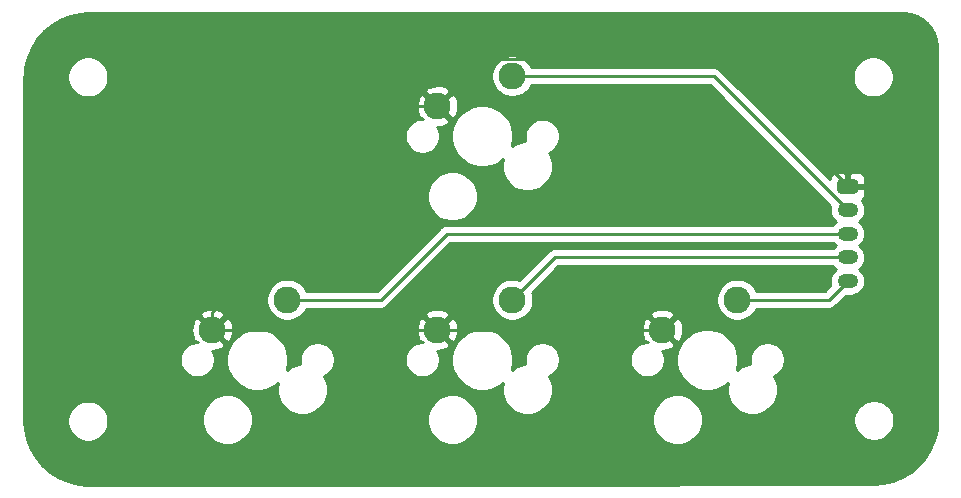
<source format=gtl>
%TF.GenerationSoftware,KiCad,Pcbnew,(5.1.12)-1*%
%TF.CreationDate,2021-12-30T22:51:29-05:00*%
%TF.ProjectId,4keymacropad,346b6579-6d61-4637-926f-7061642e6b69,rev?*%
%TF.SameCoordinates,Original*%
%TF.FileFunction,Copper,L1,Top*%
%TF.FilePolarity,Positive*%
%FSLAX46Y46*%
G04 Gerber Fmt 4.6, Leading zero omitted, Abs format (unit mm)*
G04 Created by KiCad (PCBNEW (5.1.12)-1) date 2021-12-30 22:51:29*
%MOMM*%
%LPD*%
G01*
G04 APERTURE LIST*
%TA.AperFunction,ComponentPad*%
%ADD10C,2.286000*%
%TD*%
%TA.AperFunction,ComponentPad*%
%ADD11O,1.750000X1.200000*%
%TD*%
%TA.AperFunction,Conductor*%
%ADD12C,0.250000*%
%TD*%
%TA.AperFunction,Conductor*%
%ADD13C,0.254000*%
%TD*%
%TA.AperFunction,Conductor*%
%ADD14C,0.100000*%
%TD*%
G04 APERTURE END LIST*
D10*
%TO.P,SW3,1*%
%TO.N,Net-(J1-Pad4)*%
X137160000Y-95885000D03*
%TO.P,SW3,2*%
%TO.N,GND*%
X130810000Y-98425000D03*
%TD*%
%TO.P,SW1,2*%
%TO.N,GND*%
X130810000Y-79502000D03*
%TO.P,SW1,1*%
%TO.N,Net-(J1-Pad2)*%
X137160000Y-76962000D03*
%TD*%
%TO.P,J1,1*%
%TO.N,GND*%
%TA.AperFunction,ComponentPad*%
G36*
G01*
X164919499Y-85696500D02*
X166169501Y-85696500D01*
G75*
G02*
X166419500Y-85946499I0J-249999D01*
G01*
X166419500Y-86646501D01*
G75*
G02*
X166169501Y-86896500I-249999J0D01*
G01*
X164919499Y-86896500D01*
G75*
G02*
X164669500Y-86646501I0J249999D01*
G01*
X164669500Y-85946499D01*
G75*
G02*
X164919499Y-85696500I249999J0D01*
G01*
G37*
%TD.AperFunction*%
D11*
%TO.P,J1,2*%
%TO.N,Net-(J1-Pad2)*%
X165544500Y-88296500D03*
%TO.P,J1,3*%
%TO.N,Net-(J1-Pad3)*%
X165544500Y-90296500D03*
%TO.P,J1,4*%
%TO.N,Net-(J1-Pad4)*%
X165544500Y-92296500D03*
%TO.P,J1,5*%
%TO.N,Net-(J1-Pad5)*%
X165544500Y-94296500D03*
%TD*%
D10*
%TO.P,SW2,1*%
%TO.N,Net-(J1-Pad3)*%
X118110000Y-95885000D03*
%TO.P,SW2,2*%
%TO.N,GND*%
X111760000Y-98425000D03*
%TD*%
%TO.P,SW4,2*%
%TO.N,GND*%
X149860000Y-98425000D03*
%TO.P,SW4,1*%
%TO.N,Net-(J1-Pad5)*%
X156210000Y-95885000D03*
%TD*%
D12*
%TO.N,Net-(J1-Pad2)*%
X154210000Y-76962000D02*
X165544500Y-88296500D01*
X137160000Y-76962000D02*
X154210000Y-76962000D01*
%TO.N,Net-(J1-Pad3)*%
X126018002Y-95885000D02*
X118110000Y-95885000D01*
X131606502Y-90296500D02*
X165544500Y-90296500D01*
X126018002Y-95885000D02*
X131606502Y-90296500D01*
%TO.N,Net-(J1-Pad4)*%
X140748500Y-92296500D02*
X137160000Y-95885000D01*
X165544500Y-92296500D02*
X140748500Y-92296500D01*
%TO.N,Net-(J1-Pad5)*%
X163956000Y-95885000D02*
X165544500Y-94296500D01*
X156210000Y-95885000D02*
X163956000Y-95885000D01*
%TO.N,GND*%
X134818001Y-75493999D02*
X130810000Y-79502000D01*
X157408999Y-75493999D02*
X134818001Y-75493999D01*
X111760000Y-96935554D02*
X111760000Y-98425000D01*
X129193554Y-79502000D02*
X111760000Y-96935554D01*
X130810000Y-79502000D02*
X129193554Y-79502000D01*
X111760000Y-98425000D02*
X149860000Y-98425000D01*
X157408999Y-78160999D02*
X165544500Y-86296500D01*
X157408999Y-75493999D02*
X157408999Y-78160999D01*
%TD*%
D13*
%TO.N,GND*%
X170895385Y-71707630D02*
X171400280Y-71860067D01*
X171865951Y-72107669D01*
X172274660Y-72441005D01*
X172610836Y-72847372D01*
X172861683Y-73311303D01*
X173017640Y-73815115D01*
X173076000Y-74370377D01*
X173073692Y-106921519D01*
X172883965Y-107738687D01*
X172557504Y-108535826D01*
X172107794Y-109270515D01*
X171546408Y-109923852D01*
X170887790Y-110479027D01*
X170148875Y-110921764D01*
X169348690Y-111240663D01*
X168504217Y-111428324D01*
X167743514Y-111481044D01*
X134492858Y-111544500D01*
X101245507Y-111544500D01*
X100360382Y-111473285D01*
X99523847Y-111267812D01*
X98730932Y-110931239D01*
X98002025Y-110472222D01*
X97355883Y-109902573D01*
X96809129Y-109236945D01*
X96375827Y-108492456D01*
X96067132Y-107688280D01*
X95889795Y-106839415D01*
X95846500Y-106151253D01*
X95846500Y-106001117D01*
X99484000Y-106001117D01*
X99484000Y-106342883D01*
X99550675Y-106678081D01*
X99681463Y-106993831D01*
X99871337Y-107277998D01*
X100113002Y-107519663D01*
X100397169Y-107709537D01*
X100712919Y-107840325D01*
X101048117Y-107907000D01*
X101389883Y-107907000D01*
X101725081Y-107840325D01*
X102040831Y-107709537D01*
X102324998Y-107519663D01*
X102566663Y-107277998D01*
X102756537Y-106993831D01*
X102887325Y-106678081D01*
X102954000Y-106342883D01*
X102954000Y-106001117D01*
X102920902Y-105834721D01*
X110895000Y-105834721D01*
X110895000Y-106255279D01*
X110977047Y-106667756D01*
X111137988Y-107056302D01*
X111371637Y-107405983D01*
X111669017Y-107703363D01*
X112018698Y-107937012D01*
X112407244Y-108097953D01*
X112819721Y-108180000D01*
X113240279Y-108180000D01*
X113652756Y-108097953D01*
X114041302Y-107937012D01*
X114390983Y-107703363D01*
X114688363Y-107405983D01*
X114922012Y-107056302D01*
X115082953Y-106667756D01*
X115165000Y-106255279D01*
X115165000Y-105834721D01*
X129945000Y-105834721D01*
X129945000Y-106255279D01*
X130027047Y-106667756D01*
X130187988Y-107056302D01*
X130421637Y-107405983D01*
X130719017Y-107703363D01*
X131068698Y-107937012D01*
X131457244Y-108097953D01*
X131869721Y-108180000D01*
X132290279Y-108180000D01*
X132702756Y-108097953D01*
X133091302Y-107937012D01*
X133440983Y-107703363D01*
X133738363Y-107405983D01*
X133972012Y-107056302D01*
X134132953Y-106667756D01*
X134215000Y-106255279D01*
X134215000Y-105834721D01*
X148995000Y-105834721D01*
X148995000Y-106255279D01*
X149077047Y-106667756D01*
X149237988Y-107056302D01*
X149471637Y-107405983D01*
X149769017Y-107703363D01*
X150118698Y-107937012D01*
X150507244Y-108097953D01*
X150919721Y-108180000D01*
X151340279Y-108180000D01*
X151752756Y-108097953D01*
X152141302Y-107937012D01*
X152490983Y-107703363D01*
X152788363Y-107405983D01*
X153022012Y-107056302D01*
X153182953Y-106667756D01*
X153265000Y-106255279D01*
X153265000Y-105937617D01*
X166032000Y-105937617D01*
X166032000Y-106279383D01*
X166098675Y-106614581D01*
X166229463Y-106930331D01*
X166419337Y-107214498D01*
X166661002Y-107456163D01*
X166945169Y-107646037D01*
X167260919Y-107776825D01*
X167596117Y-107843500D01*
X167937883Y-107843500D01*
X168273081Y-107776825D01*
X168588831Y-107646037D01*
X168872998Y-107456163D01*
X169114663Y-107214498D01*
X169304537Y-106930331D01*
X169435325Y-106614581D01*
X169502000Y-106279383D01*
X169502000Y-105937617D01*
X169435325Y-105602419D01*
X169304537Y-105286669D01*
X169114663Y-105002502D01*
X168872998Y-104760837D01*
X168588831Y-104570963D01*
X168273081Y-104440175D01*
X167937883Y-104373500D01*
X167596117Y-104373500D01*
X167260919Y-104440175D01*
X166945169Y-104570963D01*
X166661002Y-104760837D01*
X166419337Y-105002502D01*
X166229463Y-105286669D01*
X166098675Y-105602419D01*
X166032000Y-105937617D01*
X153265000Y-105937617D01*
X153265000Y-105834721D01*
X153182953Y-105422244D01*
X153022012Y-105033698D01*
X152788363Y-104684017D01*
X152490983Y-104386637D01*
X152141302Y-104152988D01*
X151752756Y-103992047D01*
X151340279Y-103910000D01*
X150919721Y-103910000D01*
X150507244Y-103992047D01*
X150118698Y-104152988D01*
X149769017Y-104386637D01*
X149471637Y-104684017D01*
X149237988Y-105033698D01*
X149077047Y-105422244D01*
X148995000Y-105834721D01*
X134215000Y-105834721D01*
X134132953Y-105422244D01*
X133972012Y-105033698D01*
X133738363Y-104684017D01*
X133440983Y-104386637D01*
X133091302Y-104152988D01*
X132702756Y-103992047D01*
X132290279Y-103910000D01*
X131869721Y-103910000D01*
X131457244Y-103992047D01*
X131068698Y-104152988D01*
X130719017Y-104386637D01*
X130421637Y-104684017D01*
X130187988Y-105033698D01*
X130027047Y-105422244D01*
X129945000Y-105834721D01*
X115165000Y-105834721D01*
X115082953Y-105422244D01*
X114922012Y-105033698D01*
X114688363Y-104684017D01*
X114390983Y-104386637D01*
X114041302Y-104152988D01*
X113652756Y-103992047D01*
X113240279Y-103910000D01*
X112819721Y-103910000D01*
X112407244Y-103992047D01*
X112018698Y-104152988D01*
X111669017Y-104386637D01*
X111371637Y-104684017D01*
X111137988Y-105033698D01*
X110977047Y-105422244D01*
X110895000Y-105834721D01*
X102920902Y-105834721D01*
X102887325Y-105665919D01*
X102756537Y-105350169D01*
X102566663Y-105066002D01*
X102324998Y-104824337D01*
X102040831Y-104634463D01*
X101725081Y-104503675D01*
X101389883Y-104437000D01*
X101048117Y-104437000D01*
X100712919Y-104503675D01*
X100397169Y-104634463D01*
X100113002Y-104824337D01*
X99871337Y-105066002D01*
X99681463Y-105350169D01*
X99550675Y-105665919D01*
X99484000Y-106001117D01*
X95846500Y-106001117D01*
X95846500Y-100818652D01*
X109004100Y-100818652D01*
X109004100Y-101111348D01*
X109061202Y-101398421D01*
X109173212Y-101668838D01*
X109335826Y-101912206D01*
X109542794Y-102119174D01*
X109786162Y-102281788D01*
X110056579Y-102393798D01*
X110343652Y-102450900D01*
X110636348Y-102450900D01*
X110923421Y-102393798D01*
X111193838Y-102281788D01*
X111437206Y-102119174D01*
X111644174Y-101912206D01*
X111806788Y-101668838D01*
X111918798Y-101398421D01*
X111975900Y-101111348D01*
X111975900Y-100818652D01*
X111953508Y-100706076D01*
X112941100Y-100706076D01*
X112941100Y-101223924D01*
X113042127Y-101731822D01*
X113240299Y-102210251D01*
X113528000Y-102640826D01*
X113894174Y-103007000D01*
X114324749Y-103294701D01*
X114803178Y-103492873D01*
X115311076Y-103593900D01*
X115828924Y-103593900D01*
X116336822Y-103492873D01*
X116815251Y-103294701D01*
X117245826Y-103007000D01*
X117316237Y-102936589D01*
X117245000Y-103294721D01*
X117245000Y-103715279D01*
X117327047Y-104127756D01*
X117487988Y-104516302D01*
X117721637Y-104865983D01*
X118019017Y-105163363D01*
X118368698Y-105397012D01*
X118757244Y-105557953D01*
X119169721Y-105640000D01*
X119590279Y-105640000D01*
X120002756Y-105557953D01*
X120391302Y-105397012D01*
X120740983Y-105163363D01*
X121038363Y-104865983D01*
X121272012Y-104516302D01*
X121432953Y-104127756D01*
X121515000Y-103715279D01*
X121515000Y-103294721D01*
X121432953Y-102882244D01*
X121272012Y-102493698D01*
X121178850Y-102354270D01*
X121353838Y-102281788D01*
X121597206Y-102119174D01*
X121804174Y-101912206D01*
X121966788Y-101668838D01*
X122078798Y-101398421D01*
X122135900Y-101111348D01*
X122135900Y-100818652D01*
X128054100Y-100818652D01*
X128054100Y-101111348D01*
X128111202Y-101398421D01*
X128223212Y-101668838D01*
X128385826Y-101912206D01*
X128592794Y-102119174D01*
X128836162Y-102281788D01*
X129106579Y-102393798D01*
X129393652Y-102450900D01*
X129686348Y-102450900D01*
X129973421Y-102393798D01*
X130243838Y-102281788D01*
X130487206Y-102119174D01*
X130694174Y-101912206D01*
X130856788Y-101668838D01*
X130968798Y-101398421D01*
X131025900Y-101111348D01*
X131025900Y-100818652D01*
X131003508Y-100706076D01*
X131991100Y-100706076D01*
X131991100Y-101223924D01*
X132092127Y-101731822D01*
X132290299Y-102210251D01*
X132578000Y-102640826D01*
X132944174Y-103007000D01*
X133374749Y-103294701D01*
X133853178Y-103492873D01*
X134361076Y-103593900D01*
X134878924Y-103593900D01*
X135386822Y-103492873D01*
X135865251Y-103294701D01*
X136295826Y-103007000D01*
X136366237Y-102936589D01*
X136295000Y-103294721D01*
X136295000Y-103715279D01*
X136377047Y-104127756D01*
X136537988Y-104516302D01*
X136771637Y-104865983D01*
X137069017Y-105163363D01*
X137418698Y-105397012D01*
X137807244Y-105557953D01*
X138219721Y-105640000D01*
X138640279Y-105640000D01*
X139052756Y-105557953D01*
X139441302Y-105397012D01*
X139790983Y-105163363D01*
X140088363Y-104865983D01*
X140322012Y-104516302D01*
X140482953Y-104127756D01*
X140565000Y-103715279D01*
X140565000Y-103294721D01*
X140482953Y-102882244D01*
X140322012Y-102493698D01*
X140228850Y-102354270D01*
X140403838Y-102281788D01*
X140647206Y-102119174D01*
X140854174Y-101912206D01*
X141016788Y-101668838D01*
X141128798Y-101398421D01*
X141185900Y-101111348D01*
X141185900Y-100818652D01*
X147104100Y-100818652D01*
X147104100Y-101111348D01*
X147161202Y-101398421D01*
X147273212Y-101668838D01*
X147435826Y-101912206D01*
X147642794Y-102119174D01*
X147886162Y-102281788D01*
X148156579Y-102393798D01*
X148443652Y-102450900D01*
X148736348Y-102450900D01*
X149023421Y-102393798D01*
X149293838Y-102281788D01*
X149537206Y-102119174D01*
X149744174Y-101912206D01*
X149906788Y-101668838D01*
X150018798Y-101398421D01*
X150075900Y-101111348D01*
X150075900Y-100818652D01*
X150053508Y-100706076D01*
X151041100Y-100706076D01*
X151041100Y-101223924D01*
X151142127Y-101731822D01*
X151340299Y-102210251D01*
X151628000Y-102640826D01*
X151994174Y-103007000D01*
X152424749Y-103294701D01*
X152903178Y-103492873D01*
X153411076Y-103593900D01*
X153928924Y-103593900D01*
X154436822Y-103492873D01*
X154915251Y-103294701D01*
X155345826Y-103007000D01*
X155416237Y-102936589D01*
X155345000Y-103294721D01*
X155345000Y-103715279D01*
X155427047Y-104127756D01*
X155587988Y-104516302D01*
X155821637Y-104865983D01*
X156119017Y-105163363D01*
X156468698Y-105397012D01*
X156857244Y-105557953D01*
X157269721Y-105640000D01*
X157690279Y-105640000D01*
X158102756Y-105557953D01*
X158491302Y-105397012D01*
X158840983Y-105163363D01*
X159138363Y-104865983D01*
X159372012Y-104516302D01*
X159532953Y-104127756D01*
X159615000Y-103715279D01*
X159615000Y-103294721D01*
X159532953Y-102882244D01*
X159372012Y-102493698D01*
X159278850Y-102354270D01*
X159453838Y-102281788D01*
X159697206Y-102119174D01*
X159904174Y-101912206D01*
X160066788Y-101668838D01*
X160178798Y-101398421D01*
X160235900Y-101111348D01*
X160235900Y-100818652D01*
X160178798Y-100531579D01*
X160066788Y-100261162D01*
X159904174Y-100017794D01*
X159697206Y-99810826D01*
X159453838Y-99648212D01*
X159183421Y-99536202D01*
X158896348Y-99479100D01*
X158603652Y-99479100D01*
X158316579Y-99536202D01*
X158046162Y-99648212D01*
X157802794Y-99810826D01*
X157595826Y-100017794D01*
X157433212Y-100261162D01*
X157321202Y-100531579D01*
X157264100Y-100818652D01*
X157264100Y-101111348D01*
X157315549Y-101370000D01*
X157269721Y-101370000D01*
X156857244Y-101452047D01*
X156468698Y-101612988D01*
X156162292Y-101817721D01*
X156197873Y-101731822D01*
X156298900Y-101223924D01*
X156298900Y-100706076D01*
X156197873Y-100198178D01*
X155999701Y-99719749D01*
X155712000Y-99289174D01*
X155345826Y-98923000D01*
X154915251Y-98635299D01*
X154436822Y-98437127D01*
X153928924Y-98336100D01*
X153411076Y-98336100D01*
X152903178Y-98437127D01*
X152424749Y-98635299D01*
X151994174Y-98923000D01*
X151628000Y-99289174D01*
X151340299Y-99719749D01*
X151142127Y-100198178D01*
X151041100Y-100706076D01*
X150053508Y-100706076D01*
X150018798Y-100531579D01*
X149906788Y-100261162D01*
X149871030Y-100207646D01*
X149916938Y-100210694D01*
X150264216Y-100165275D01*
X150595960Y-100052977D01*
X150804736Y-99941384D01*
X150917755Y-99662360D01*
X149860000Y-98604605D01*
X149845858Y-98618748D01*
X149666253Y-98439143D01*
X149680395Y-98425000D01*
X150039605Y-98425000D01*
X151097360Y-99482755D01*
X151376384Y-99369736D01*
X151531556Y-99055751D01*
X151622491Y-98717527D01*
X151645694Y-98368062D01*
X151600275Y-98020784D01*
X151487977Y-97689040D01*
X151376384Y-97480264D01*
X151097360Y-97367245D01*
X150039605Y-98425000D01*
X149680395Y-98425000D01*
X148622640Y-97367245D01*
X148343616Y-97480264D01*
X148188444Y-97794249D01*
X148097509Y-98132473D01*
X148074306Y-98481938D01*
X148119725Y-98829216D01*
X148232023Y-99160960D01*
X148343616Y-99369736D01*
X148613616Y-99479100D01*
X148443652Y-99479100D01*
X148156579Y-99536202D01*
X147886162Y-99648212D01*
X147642794Y-99810826D01*
X147435826Y-100017794D01*
X147273212Y-100261162D01*
X147161202Y-100531579D01*
X147104100Y-100818652D01*
X141185900Y-100818652D01*
X141128798Y-100531579D01*
X141016788Y-100261162D01*
X140854174Y-100017794D01*
X140647206Y-99810826D01*
X140403838Y-99648212D01*
X140133421Y-99536202D01*
X139846348Y-99479100D01*
X139553652Y-99479100D01*
X139266579Y-99536202D01*
X138996162Y-99648212D01*
X138752794Y-99810826D01*
X138545826Y-100017794D01*
X138383212Y-100261162D01*
X138271202Y-100531579D01*
X138214100Y-100818652D01*
X138214100Y-101111348D01*
X138265549Y-101370000D01*
X138219721Y-101370000D01*
X137807244Y-101452047D01*
X137418698Y-101612988D01*
X137112292Y-101817721D01*
X137147873Y-101731822D01*
X137248900Y-101223924D01*
X137248900Y-100706076D01*
X137147873Y-100198178D01*
X136949701Y-99719749D01*
X136662000Y-99289174D01*
X136295826Y-98923000D01*
X135865251Y-98635299D01*
X135386822Y-98437127D01*
X134878924Y-98336100D01*
X134361076Y-98336100D01*
X133853178Y-98437127D01*
X133374749Y-98635299D01*
X132944174Y-98923000D01*
X132578000Y-99289174D01*
X132290299Y-99719749D01*
X132092127Y-100198178D01*
X131991100Y-100706076D01*
X131003508Y-100706076D01*
X130968798Y-100531579D01*
X130856788Y-100261162D01*
X130821030Y-100207646D01*
X130866938Y-100210694D01*
X131214216Y-100165275D01*
X131545960Y-100052977D01*
X131754736Y-99941384D01*
X131867755Y-99662360D01*
X130810000Y-98604605D01*
X130795858Y-98618748D01*
X130616253Y-98439143D01*
X130630395Y-98425000D01*
X130989605Y-98425000D01*
X132047360Y-99482755D01*
X132326384Y-99369736D01*
X132481556Y-99055751D01*
X132572491Y-98717527D01*
X132595694Y-98368062D01*
X132550275Y-98020784D01*
X132437977Y-97689040D01*
X132326384Y-97480264D01*
X132047360Y-97367245D01*
X130989605Y-98425000D01*
X130630395Y-98425000D01*
X129572640Y-97367245D01*
X129293616Y-97480264D01*
X129138444Y-97794249D01*
X129047509Y-98132473D01*
X129024306Y-98481938D01*
X129069725Y-98829216D01*
X129182023Y-99160960D01*
X129293616Y-99369736D01*
X129563616Y-99479100D01*
X129393652Y-99479100D01*
X129106579Y-99536202D01*
X128836162Y-99648212D01*
X128592794Y-99810826D01*
X128385826Y-100017794D01*
X128223212Y-100261162D01*
X128111202Y-100531579D01*
X128054100Y-100818652D01*
X122135900Y-100818652D01*
X122078798Y-100531579D01*
X121966788Y-100261162D01*
X121804174Y-100017794D01*
X121597206Y-99810826D01*
X121353838Y-99648212D01*
X121083421Y-99536202D01*
X120796348Y-99479100D01*
X120503652Y-99479100D01*
X120216579Y-99536202D01*
X119946162Y-99648212D01*
X119702794Y-99810826D01*
X119495826Y-100017794D01*
X119333212Y-100261162D01*
X119221202Y-100531579D01*
X119164100Y-100818652D01*
X119164100Y-101111348D01*
X119215549Y-101370000D01*
X119169721Y-101370000D01*
X118757244Y-101452047D01*
X118368698Y-101612988D01*
X118062292Y-101817721D01*
X118097873Y-101731822D01*
X118198900Y-101223924D01*
X118198900Y-100706076D01*
X118097873Y-100198178D01*
X117899701Y-99719749D01*
X117612000Y-99289174D01*
X117245826Y-98923000D01*
X116815251Y-98635299D01*
X116336822Y-98437127D01*
X115828924Y-98336100D01*
X115311076Y-98336100D01*
X114803178Y-98437127D01*
X114324749Y-98635299D01*
X113894174Y-98923000D01*
X113528000Y-99289174D01*
X113240299Y-99719749D01*
X113042127Y-100198178D01*
X112941100Y-100706076D01*
X111953508Y-100706076D01*
X111918798Y-100531579D01*
X111806788Y-100261162D01*
X111771030Y-100207646D01*
X111816938Y-100210694D01*
X112164216Y-100165275D01*
X112495960Y-100052977D01*
X112704736Y-99941384D01*
X112817755Y-99662360D01*
X111760000Y-98604605D01*
X111745858Y-98618748D01*
X111566253Y-98439143D01*
X111580395Y-98425000D01*
X111939605Y-98425000D01*
X112997360Y-99482755D01*
X113276384Y-99369736D01*
X113431556Y-99055751D01*
X113522491Y-98717527D01*
X113545694Y-98368062D01*
X113500275Y-98020784D01*
X113387977Y-97689040D01*
X113276384Y-97480264D01*
X112997360Y-97367245D01*
X111939605Y-98425000D01*
X111580395Y-98425000D01*
X110522640Y-97367245D01*
X110243616Y-97480264D01*
X110088444Y-97794249D01*
X109997509Y-98132473D01*
X109974306Y-98481938D01*
X110019725Y-98829216D01*
X110132023Y-99160960D01*
X110243616Y-99369736D01*
X110513616Y-99479100D01*
X110343652Y-99479100D01*
X110056579Y-99536202D01*
X109786162Y-99648212D01*
X109542794Y-99810826D01*
X109335826Y-100017794D01*
X109173212Y-100261162D01*
X109061202Y-100531579D01*
X109004100Y-100818652D01*
X95846500Y-100818652D01*
X95846500Y-97187640D01*
X110702245Y-97187640D01*
X111760000Y-98245395D01*
X112817755Y-97187640D01*
X112704736Y-96908616D01*
X112390751Y-96753444D01*
X112052527Y-96662509D01*
X111703062Y-96639306D01*
X111355784Y-96684725D01*
X111024040Y-96797023D01*
X110815264Y-96908616D01*
X110702245Y-97187640D01*
X95846500Y-97187640D01*
X95846500Y-95709882D01*
X116332000Y-95709882D01*
X116332000Y-96060118D01*
X116400328Y-96403623D01*
X116534357Y-96727199D01*
X116728937Y-97018409D01*
X116976591Y-97266063D01*
X117267801Y-97460643D01*
X117591377Y-97594672D01*
X117934882Y-97663000D01*
X118285118Y-97663000D01*
X118628623Y-97594672D01*
X118952199Y-97460643D01*
X119243409Y-97266063D01*
X119321832Y-97187640D01*
X129752245Y-97187640D01*
X130810000Y-98245395D01*
X131867755Y-97187640D01*
X131754736Y-96908616D01*
X131440751Y-96753444D01*
X131102527Y-96662509D01*
X130753062Y-96639306D01*
X130405784Y-96684725D01*
X130074040Y-96797023D01*
X129865264Y-96908616D01*
X129752245Y-97187640D01*
X119321832Y-97187640D01*
X119491063Y-97018409D01*
X119685643Y-96727199D01*
X119719691Y-96645000D01*
X125980680Y-96645000D01*
X126018002Y-96648676D01*
X126055324Y-96645000D01*
X126055335Y-96645000D01*
X126166988Y-96634003D01*
X126310249Y-96590546D01*
X126442278Y-96519974D01*
X126558003Y-96425001D01*
X126581806Y-96395997D01*
X131921305Y-91056500D01*
X164295567Y-91056500D01*
X164391998Y-91174002D01*
X164541262Y-91296500D01*
X164391998Y-91418998D01*
X164295567Y-91536500D01*
X140785822Y-91536500D01*
X140748499Y-91532824D01*
X140711176Y-91536500D01*
X140711167Y-91536500D01*
X140599514Y-91547497D01*
X140456253Y-91590954D01*
X140324224Y-91661526D01*
X140208499Y-91756499D01*
X140184701Y-91785497D01*
X137760823Y-94209376D01*
X137678623Y-94175328D01*
X137335118Y-94107000D01*
X136984882Y-94107000D01*
X136641377Y-94175328D01*
X136317801Y-94309357D01*
X136026591Y-94503937D01*
X135778937Y-94751591D01*
X135584357Y-95042801D01*
X135450328Y-95366377D01*
X135382000Y-95709882D01*
X135382000Y-96060118D01*
X135450328Y-96403623D01*
X135584357Y-96727199D01*
X135778937Y-97018409D01*
X136026591Y-97266063D01*
X136317801Y-97460643D01*
X136641377Y-97594672D01*
X136984882Y-97663000D01*
X137335118Y-97663000D01*
X137678623Y-97594672D01*
X138002199Y-97460643D01*
X138293409Y-97266063D01*
X138371832Y-97187640D01*
X148802245Y-97187640D01*
X149860000Y-98245395D01*
X150917755Y-97187640D01*
X150804736Y-96908616D01*
X150490751Y-96753444D01*
X150152527Y-96662509D01*
X149803062Y-96639306D01*
X149455784Y-96684725D01*
X149124040Y-96797023D01*
X148915264Y-96908616D01*
X148802245Y-97187640D01*
X138371832Y-97187640D01*
X138541063Y-97018409D01*
X138735643Y-96727199D01*
X138869672Y-96403623D01*
X138938000Y-96060118D01*
X138938000Y-95709882D01*
X138869672Y-95366377D01*
X138835624Y-95284177D01*
X141063302Y-93056500D01*
X164295567Y-93056500D01*
X164391998Y-93174002D01*
X164541262Y-93296500D01*
X164391998Y-93418998D01*
X164237667Y-93607051D01*
X164122989Y-93821599D01*
X164052370Y-94054398D01*
X164028525Y-94296500D01*
X164052370Y-94538602D01*
X164093153Y-94673045D01*
X163641199Y-95125000D01*
X157819691Y-95125000D01*
X157785643Y-95042801D01*
X157591063Y-94751591D01*
X157343409Y-94503937D01*
X157052199Y-94309357D01*
X156728623Y-94175328D01*
X156385118Y-94107000D01*
X156034882Y-94107000D01*
X155691377Y-94175328D01*
X155367801Y-94309357D01*
X155076591Y-94503937D01*
X154828937Y-94751591D01*
X154634357Y-95042801D01*
X154500328Y-95366377D01*
X154432000Y-95709882D01*
X154432000Y-96060118D01*
X154500328Y-96403623D01*
X154634357Y-96727199D01*
X154828937Y-97018409D01*
X155076591Y-97266063D01*
X155367801Y-97460643D01*
X155691377Y-97594672D01*
X156034882Y-97663000D01*
X156385118Y-97663000D01*
X156728623Y-97594672D01*
X157052199Y-97460643D01*
X157343409Y-97266063D01*
X157591063Y-97018409D01*
X157785643Y-96727199D01*
X157819691Y-96645000D01*
X163918678Y-96645000D01*
X163956000Y-96648676D01*
X163993322Y-96645000D01*
X163993333Y-96645000D01*
X164104986Y-96634003D01*
X164248247Y-96590546D01*
X164380276Y-96519974D01*
X164496001Y-96425001D01*
X164519804Y-96395997D01*
X165384302Y-95531500D01*
X165880165Y-95531500D01*
X166061602Y-95513630D01*
X166294401Y-95443011D01*
X166508949Y-95328333D01*
X166697002Y-95174002D01*
X166851333Y-94985949D01*
X166966011Y-94771401D01*
X167036630Y-94538602D01*
X167060475Y-94296500D01*
X167036630Y-94054398D01*
X166966011Y-93821599D01*
X166851333Y-93607051D01*
X166697002Y-93418998D01*
X166547738Y-93296500D01*
X166697002Y-93174002D01*
X166851333Y-92985949D01*
X166966011Y-92771401D01*
X167036630Y-92538602D01*
X167060475Y-92296500D01*
X167036630Y-92054398D01*
X166966011Y-91821599D01*
X166851333Y-91607051D01*
X166697002Y-91418998D01*
X166547738Y-91296500D01*
X166697002Y-91174002D01*
X166851333Y-90985949D01*
X166966011Y-90771401D01*
X167036630Y-90538602D01*
X167060475Y-90296500D01*
X167036630Y-90054398D01*
X166966011Y-89821599D01*
X166851333Y-89607051D01*
X166697002Y-89418998D01*
X166547738Y-89296500D01*
X166697002Y-89174002D01*
X166851333Y-88985949D01*
X166966011Y-88771401D01*
X167036630Y-88538602D01*
X167060475Y-88296500D01*
X167036630Y-88054398D01*
X166966011Y-87821599D01*
X166851333Y-87607051D01*
X166725064Y-87453191D01*
X166773994Y-87427037D01*
X166870685Y-87347685D01*
X166950037Y-87250994D01*
X167009002Y-87140680D01*
X167045312Y-87020982D01*
X167057572Y-86896500D01*
X167054500Y-86582250D01*
X166895750Y-86423500D01*
X165671500Y-86423500D01*
X165671500Y-86443500D01*
X165417500Y-86443500D01*
X165417500Y-86423500D01*
X165397500Y-86423500D01*
X165397500Y-86169500D01*
X165417500Y-86169500D01*
X165417500Y-85220250D01*
X165671500Y-85220250D01*
X165671500Y-86169500D01*
X166895750Y-86169500D01*
X167054500Y-86010750D01*
X167057572Y-85696500D01*
X167045312Y-85572018D01*
X167009002Y-85452320D01*
X166950037Y-85342006D01*
X166870685Y-85245315D01*
X166773994Y-85165963D01*
X166663680Y-85106998D01*
X166543982Y-85070688D01*
X166419500Y-85058428D01*
X165830250Y-85061500D01*
X165671500Y-85220250D01*
X165417500Y-85220250D01*
X165258750Y-85061500D01*
X164669500Y-85058428D01*
X164545018Y-85070688D01*
X164425320Y-85106998D01*
X164315006Y-85165963D01*
X164218315Y-85245315D01*
X164138963Y-85342006D01*
X164079998Y-85452320D01*
X164043688Y-85572018D01*
X164031428Y-85696500D01*
X164031548Y-85708746D01*
X155177419Y-76854617D01*
X165968500Y-76854617D01*
X165968500Y-77196383D01*
X166035175Y-77531581D01*
X166165963Y-77847331D01*
X166355837Y-78131498D01*
X166597502Y-78373163D01*
X166881669Y-78563037D01*
X167197419Y-78693825D01*
X167532617Y-78760500D01*
X167874383Y-78760500D01*
X168209581Y-78693825D01*
X168525331Y-78563037D01*
X168809498Y-78373163D01*
X169051163Y-78131498D01*
X169241037Y-77847331D01*
X169371825Y-77531581D01*
X169438500Y-77196383D01*
X169438500Y-76854617D01*
X169371825Y-76519419D01*
X169241037Y-76203669D01*
X169051163Y-75919502D01*
X168809498Y-75677837D01*
X168525331Y-75487963D01*
X168209581Y-75357175D01*
X167874383Y-75290500D01*
X167532617Y-75290500D01*
X167197419Y-75357175D01*
X166881669Y-75487963D01*
X166597502Y-75677837D01*
X166355837Y-75919502D01*
X166165963Y-76203669D01*
X166035175Y-76519419D01*
X165968500Y-76854617D01*
X155177419Y-76854617D01*
X154773804Y-76451003D01*
X154750001Y-76421999D01*
X154634276Y-76327026D01*
X154502247Y-76256454D01*
X154358986Y-76212997D01*
X154247333Y-76202000D01*
X154247322Y-76202000D01*
X154210000Y-76198324D01*
X154172678Y-76202000D01*
X138769691Y-76202000D01*
X138735643Y-76119801D01*
X138541063Y-75828591D01*
X138293409Y-75580937D01*
X138002199Y-75386357D01*
X137678623Y-75252328D01*
X137335118Y-75184000D01*
X136984882Y-75184000D01*
X136641377Y-75252328D01*
X136317801Y-75386357D01*
X136026591Y-75580937D01*
X135778937Y-75828591D01*
X135584357Y-76119801D01*
X135450328Y-76443377D01*
X135382000Y-76786882D01*
X135382000Y-77137118D01*
X135450328Y-77480623D01*
X135584357Y-77804199D01*
X135778937Y-78095409D01*
X136026591Y-78343063D01*
X136317801Y-78537643D01*
X136641377Y-78671672D01*
X136984882Y-78740000D01*
X137335118Y-78740000D01*
X137678623Y-78671672D01*
X138002199Y-78537643D01*
X138293409Y-78343063D01*
X138541063Y-78095409D01*
X138735643Y-77804199D01*
X138769691Y-77722000D01*
X153895199Y-77722000D01*
X164093153Y-87919955D01*
X164052370Y-88054398D01*
X164028525Y-88296500D01*
X164052370Y-88538602D01*
X164122989Y-88771401D01*
X164237667Y-88985949D01*
X164391998Y-89174002D01*
X164541262Y-89296500D01*
X164391998Y-89418998D01*
X164295567Y-89536500D01*
X131643824Y-89536500D01*
X131606501Y-89532824D01*
X131569178Y-89536500D01*
X131569169Y-89536500D01*
X131457516Y-89547497D01*
X131314255Y-89590954D01*
X131182226Y-89661526D01*
X131182224Y-89661527D01*
X131182225Y-89661527D01*
X131095498Y-89732701D01*
X131095494Y-89732705D01*
X131066501Y-89756499D01*
X131042707Y-89785492D01*
X125703201Y-95125000D01*
X119719691Y-95125000D01*
X119685643Y-95042801D01*
X119491063Y-94751591D01*
X119243409Y-94503937D01*
X118952199Y-94309357D01*
X118628623Y-94175328D01*
X118285118Y-94107000D01*
X117934882Y-94107000D01*
X117591377Y-94175328D01*
X117267801Y-94309357D01*
X116976591Y-94503937D01*
X116728937Y-94751591D01*
X116534357Y-95042801D01*
X116400328Y-95366377D01*
X116332000Y-95709882D01*
X95846500Y-95709882D01*
X95846500Y-86911721D01*
X129945000Y-86911721D01*
X129945000Y-87332279D01*
X130027047Y-87744756D01*
X130187988Y-88133302D01*
X130421637Y-88482983D01*
X130719017Y-88780363D01*
X131068698Y-89014012D01*
X131457244Y-89174953D01*
X131869721Y-89257000D01*
X132290279Y-89257000D01*
X132702756Y-89174953D01*
X133091302Y-89014012D01*
X133440983Y-88780363D01*
X133738363Y-88482983D01*
X133972012Y-88133302D01*
X134132953Y-87744756D01*
X134215000Y-87332279D01*
X134215000Y-86911721D01*
X134132953Y-86499244D01*
X133972012Y-86110698D01*
X133738363Y-85761017D01*
X133440983Y-85463637D01*
X133091302Y-85229988D01*
X132702756Y-85069047D01*
X132290279Y-84987000D01*
X131869721Y-84987000D01*
X131457244Y-85069047D01*
X131068698Y-85229988D01*
X130719017Y-85463637D01*
X130421637Y-85761017D01*
X130187988Y-86110698D01*
X130027047Y-86499244D01*
X129945000Y-86911721D01*
X95846500Y-86911721D01*
X95846500Y-81895652D01*
X128054100Y-81895652D01*
X128054100Y-82188348D01*
X128111202Y-82475421D01*
X128223212Y-82745838D01*
X128385826Y-82989206D01*
X128592794Y-83196174D01*
X128836162Y-83358788D01*
X129106579Y-83470798D01*
X129393652Y-83527900D01*
X129686348Y-83527900D01*
X129973421Y-83470798D01*
X130243838Y-83358788D01*
X130487206Y-83196174D01*
X130694174Y-82989206D01*
X130856788Y-82745838D01*
X130968798Y-82475421D01*
X131025900Y-82188348D01*
X131025900Y-81895652D01*
X131003508Y-81783076D01*
X131991100Y-81783076D01*
X131991100Y-82300924D01*
X132092127Y-82808822D01*
X132290299Y-83287251D01*
X132578000Y-83717826D01*
X132944174Y-84084000D01*
X133374749Y-84371701D01*
X133853178Y-84569873D01*
X134361076Y-84670900D01*
X134878924Y-84670900D01*
X135386822Y-84569873D01*
X135865251Y-84371701D01*
X136295826Y-84084000D01*
X136366237Y-84013589D01*
X136295000Y-84371721D01*
X136295000Y-84792279D01*
X136377047Y-85204756D01*
X136537988Y-85593302D01*
X136771637Y-85942983D01*
X137069017Y-86240363D01*
X137418698Y-86474012D01*
X137807244Y-86634953D01*
X138219721Y-86717000D01*
X138640279Y-86717000D01*
X139052756Y-86634953D01*
X139441302Y-86474012D01*
X139790983Y-86240363D01*
X140088363Y-85942983D01*
X140322012Y-85593302D01*
X140482953Y-85204756D01*
X140565000Y-84792279D01*
X140565000Y-84371721D01*
X140482953Y-83959244D01*
X140322012Y-83570698D01*
X140228850Y-83431270D01*
X140403838Y-83358788D01*
X140647206Y-83196174D01*
X140854174Y-82989206D01*
X141016788Y-82745838D01*
X141128798Y-82475421D01*
X141185900Y-82188348D01*
X141185900Y-81895652D01*
X141128798Y-81608579D01*
X141016788Y-81338162D01*
X140854174Y-81094794D01*
X140647206Y-80887826D01*
X140403838Y-80725212D01*
X140133421Y-80613202D01*
X139846348Y-80556100D01*
X139553652Y-80556100D01*
X139266579Y-80613202D01*
X138996162Y-80725212D01*
X138752794Y-80887826D01*
X138545826Y-81094794D01*
X138383212Y-81338162D01*
X138271202Y-81608579D01*
X138214100Y-81895652D01*
X138214100Y-82188348D01*
X138265549Y-82447000D01*
X138219721Y-82447000D01*
X137807244Y-82529047D01*
X137418698Y-82689988D01*
X137112292Y-82894721D01*
X137147873Y-82808822D01*
X137248900Y-82300924D01*
X137248900Y-81783076D01*
X137147873Y-81275178D01*
X136949701Y-80796749D01*
X136662000Y-80366174D01*
X136295826Y-80000000D01*
X135865251Y-79712299D01*
X135386822Y-79514127D01*
X134878924Y-79413100D01*
X134361076Y-79413100D01*
X133853178Y-79514127D01*
X133374749Y-79712299D01*
X132944174Y-80000000D01*
X132578000Y-80366174D01*
X132290299Y-80796749D01*
X132092127Y-81275178D01*
X131991100Y-81783076D01*
X131003508Y-81783076D01*
X130968798Y-81608579D01*
X130856788Y-81338162D01*
X130821030Y-81284646D01*
X130866938Y-81287694D01*
X131214216Y-81242275D01*
X131545960Y-81129977D01*
X131754736Y-81018384D01*
X131867755Y-80739360D01*
X130810000Y-79681605D01*
X130795858Y-79695748D01*
X130616253Y-79516143D01*
X130630395Y-79502000D01*
X130989605Y-79502000D01*
X132047360Y-80559755D01*
X132326384Y-80446736D01*
X132481556Y-80132751D01*
X132572491Y-79794527D01*
X132595694Y-79445062D01*
X132550275Y-79097784D01*
X132437977Y-78766040D01*
X132326384Y-78557264D01*
X132047360Y-78444245D01*
X130989605Y-79502000D01*
X130630395Y-79502000D01*
X129572640Y-78444245D01*
X129293616Y-78557264D01*
X129138444Y-78871249D01*
X129047509Y-79209473D01*
X129024306Y-79558938D01*
X129069725Y-79906216D01*
X129182023Y-80237960D01*
X129293616Y-80446736D01*
X129563616Y-80556100D01*
X129393652Y-80556100D01*
X129106579Y-80613202D01*
X128836162Y-80725212D01*
X128592794Y-80887826D01*
X128385826Y-81094794D01*
X128223212Y-81338162D01*
X128111202Y-81608579D01*
X128054100Y-81895652D01*
X95846500Y-81895652D01*
X95846500Y-77052007D01*
X95862381Y-76854617D01*
X99484000Y-76854617D01*
X99484000Y-77196383D01*
X99550675Y-77531581D01*
X99681463Y-77847331D01*
X99871337Y-78131498D01*
X100113002Y-78373163D01*
X100397169Y-78563037D01*
X100712919Y-78693825D01*
X101048117Y-78760500D01*
X101389883Y-78760500D01*
X101725081Y-78693825D01*
X102040831Y-78563037D01*
X102324998Y-78373163D01*
X102433521Y-78264640D01*
X129752245Y-78264640D01*
X130810000Y-79322395D01*
X131867755Y-78264640D01*
X131754736Y-77985616D01*
X131440751Y-77830444D01*
X131102527Y-77739509D01*
X130753062Y-77716306D01*
X130405784Y-77761725D01*
X130074040Y-77874023D01*
X129865264Y-77985616D01*
X129752245Y-78264640D01*
X102433521Y-78264640D01*
X102566663Y-78131498D01*
X102756537Y-77847331D01*
X102887325Y-77531581D01*
X102954000Y-77196383D01*
X102954000Y-76854617D01*
X102887325Y-76519419D01*
X102756537Y-76203669D01*
X102566663Y-75919502D01*
X102324998Y-75677837D01*
X102040831Y-75487963D01*
X101725081Y-75357175D01*
X101389883Y-75290500D01*
X101048117Y-75290500D01*
X100712919Y-75357175D01*
X100397169Y-75487963D01*
X100113002Y-75677837D01*
X99871337Y-75919502D01*
X99681463Y-76203669D01*
X99550675Y-76519419D01*
X99484000Y-76854617D01*
X95862381Y-76854617D01*
X95917715Y-76166882D01*
X96123188Y-75330347D01*
X96459761Y-74537432D01*
X96918777Y-73808525D01*
X97488430Y-73162381D01*
X98154055Y-72615629D01*
X98898539Y-72182329D01*
X99702720Y-71873632D01*
X100551579Y-71696296D01*
X101239747Y-71653000D01*
X170338222Y-71653000D01*
X170895385Y-71707630D01*
%TA.AperFunction,Conductor*%
D14*
G36*
X170895385Y-71707630D02*
G01*
X171400280Y-71860067D01*
X171865951Y-72107669D01*
X172274660Y-72441005D01*
X172610836Y-72847372D01*
X172861683Y-73311303D01*
X173017640Y-73815115D01*
X173076000Y-74370377D01*
X173073692Y-106921519D01*
X172883965Y-107738687D01*
X172557504Y-108535826D01*
X172107794Y-109270515D01*
X171546408Y-109923852D01*
X170887790Y-110479027D01*
X170148875Y-110921764D01*
X169348690Y-111240663D01*
X168504217Y-111428324D01*
X167743514Y-111481044D01*
X134492858Y-111544500D01*
X101245507Y-111544500D01*
X100360382Y-111473285D01*
X99523847Y-111267812D01*
X98730932Y-110931239D01*
X98002025Y-110472222D01*
X97355883Y-109902573D01*
X96809129Y-109236945D01*
X96375827Y-108492456D01*
X96067132Y-107688280D01*
X95889795Y-106839415D01*
X95846500Y-106151253D01*
X95846500Y-106001117D01*
X99484000Y-106001117D01*
X99484000Y-106342883D01*
X99550675Y-106678081D01*
X99681463Y-106993831D01*
X99871337Y-107277998D01*
X100113002Y-107519663D01*
X100397169Y-107709537D01*
X100712919Y-107840325D01*
X101048117Y-107907000D01*
X101389883Y-107907000D01*
X101725081Y-107840325D01*
X102040831Y-107709537D01*
X102324998Y-107519663D01*
X102566663Y-107277998D01*
X102756537Y-106993831D01*
X102887325Y-106678081D01*
X102954000Y-106342883D01*
X102954000Y-106001117D01*
X102920902Y-105834721D01*
X110895000Y-105834721D01*
X110895000Y-106255279D01*
X110977047Y-106667756D01*
X111137988Y-107056302D01*
X111371637Y-107405983D01*
X111669017Y-107703363D01*
X112018698Y-107937012D01*
X112407244Y-108097953D01*
X112819721Y-108180000D01*
X113240279Y-108180000D01*
X113652756Y-108097953D01*
X114041302Y-107937012D01*
X114390983Y-107703363D01*
X114688363Y-107405983D01*
X114922012Y-107056302D01*
X115082953Y-106667756D01*
X115165000Y-106255279D01*
X115165000Y-105834721D01*
X129945000Y-105834721D01*
X129945000Y-106255279D01*
X130027047Y-106667756D01*
X130187988Y-107056302D01*
X130421637Y-107405983D01*
X130719017Y-107703363D01*
X131068698Y-107937012D01*
X131457244Y-108097953D01*
X131869721Y-108180000D01*
X132290279Y-108180000D01*
X132702756Y-108097953D01*
X133091302Y-107937012D01*
X133440983Y-107703363D01*
X133738363Y-107405983D01*
X133972012Y-107056302D01*
X134132953Y-106667756D01*
X134215000Y-106255279D01*
X134215000Y-105834721D01*
X148995000Y-105834721D01*
X148995000Y-106255279D01*
X149077047Y-106667756D01*
X149237988Y-107056302D01*
X149471637Y-107405983D01*
X149769017Y-107703363D01*
X150118698Y-107937012D01*
X150507244Y-108097953D01*
X150919721Y-108180000D01*
X151340279Y-108180000D01*
X151752756Y-108097953D01*
X152141302Y-107937012D01*
X152490983Y-107703363D01*
X152788363Y-107405983D01*
X153022012Y-107056302D01*
X153182953Y-106667756D01*
X153265000Y-106255279D01*
X153265000Y-105937617D01*
X166032000Y-105937617D01*
X166032000Y-106279383D01*
X166098675Y-106614581D01*
X166229463Y-106930331D01*
X166419337Y-107214498D01*
X166661002Y-107456163D01*
X166945169Y-107646037D01*
X167260919Y-107776825D01*
X167596117Y-107843500D01*
X167937883Y-107843500D01*
X168273081Y-107776825D01*
X168588831Y-107646037D01*
X168872998Y-107456163D01*
X169114663Y-107214498D01*
X169304537Y-106930331D01*
X169435325Y-106614581D01*
X169502000Y-106279383D01*
X169502000Y-105937617D01*
X169435325Y-105602419D01*
X169304537Y-105286669D01*
X169114663Y-105002502D01*
X168872998Y-104760837D01*
X168588831Y-104570963D01*
X168273081Y-104440175D01*
X167937883Y-104373500D01*
X167596117Y-104373500D01*
X167260919Y-104440175D01*
X166945169Y-104570963D01*
X166661002Y-104760837D01*
X166419337Y-105002502D01*
X166229463Y-105286669D01*
X166098675Y-105602419D01*
X166032000Y-105937617D01*
X153265000Y-105937617D01*
X153265000Y-105834721D01*
X153182953Y-105422244D01*
X153022012Y-105033698D01*
X152788363Y-104684017D01*
X152490983Y-104386637D01*
X152141302Y-104152988D01*
X151752756Y-103992047D01*
X151340279Y-103910000D01*
X150919721Y-103910000D01*
X150507244Y-103992047D01*
X150118698Y-104152988D01*
X149769017Y-104386637D01*
X149471637Y-104684017D01*
X149237988Y-105033698D01*
X149077047Y-105422244D01*
X148995000Y-105834721D01*
X134215000Y-105834721D01*
X134132953Y-105422244D01*
X133972012Y-105033698D01*
X133738363Y-104684017D01*
X133440983Y-104386637D01*
X133091302Y-104152988D01*
X132702756Y-103992047D01*
X132290279Y-103910000D01*
X131869721Y-103910000D01*
X131457244Y-103992047D01*
X131068698Y-104152988D01*
X130719017Y-104386637D01*
X130421637Y-104684017D01*
X130187988Y-105033698D01*
X130027047Y-105422244D01*
X129945000Y-105834721D01*
X115165000Y-105834721D01*
X115082953Y-105422244D01*
X114922012Y-105033698D01*
X114688363Y-104684017D01*
X114390983Y-104386637D01*
X114041302Y-104152988D01*
X113652756Y-103992047D01*
X113240279Y-103910000D01*
X112819721Y-103910000D01*
X112407244Y-103992047D01*
X112018698Y-104152988D01*
X111669017Y-104386637D01*
X111371637Y-104684017D01*
X111137988Y-105033698D01*
X110977047Y-105422244D01*
X110895000Y-105834721D01*
X102920902Y-105834721D01*
X102887325Y-105665919D01*
X102756537Y-105350169D01*
X102566663Y-105066002D01*
X102324998Y-104824337D01*
X102040831Y-104634463D01*
X101725081Y-104503675D01*
X101389883Y-104437000D01*
X101048117Y-104437000D01*
X100712919Y-104503675D01*
X100397169Y-104634463D01*
X100113002Y-104824337D01*
X99871337Y-105066002D01*
X99681463Y-105350169D01*
X99550675Y-105665919D01*
X99484000Y-106001117D01*
X95846500Y-106001117D01*
X95846500Y-100818652D01*
X109004100Y-100818652D01*
X109004100Y-101111348D01*
X109061202Y-101398421D01*
X109173212Y-101668838D01*
X109335826Y-101912206D01*
X109542794Y-102119174D01*
X109786162Y-102281788D01*
X110056579Y-102393798D01*
X110343652Y-102450900D01*
X110636348Y-102450900D01*
X110923421Y-102393798D01*
X111193838Y-102281788D01*
X111437206Y-102119174D01*
X111644174Y-101912206D01*
X111806788Y-101668838D01*
X111918798Y-101398421D01*
X111975900Y-101111348D01*
X111975900Y-100818652D01*
X111953508Y-100706076D01*
X112941100Y-100706076D01*
X112941100Y-101223924D01*
X113042127Y-101731822D01*
X113240299Y-102210251D01*
X113528000Y-102640826D01*
X113894174Y-103007000D01*
X114324749Y-103294701D01*
X114803178Y-103492873D01*
X115311076Y-103593900D01*
X115828924Y-103593900D01*
X116336822Y-103492873D01*
X116815251Y-103294701D01*
X117245826Y-103007000D01*
X117316237Y-102936589D01*
X117245000Y-103294721D01*
X117245000Y-103715279D01*
X117327047Y-104127756D01*
X117487988Y-104516302D01*
X117721637Y-104865983D01*
X118019017Y-105163363D01*
X118368698Y-105397012D01*
X118757244Y-105557953D01*
X119169721Y-105640000D01*
X119590279Y-105640000D01*
X120002756Y-105557953D01*
X120391302Y-105397012D01*
X120740983Y-105163363D01*
X121038363Y-104865983D01*
X121272012Y-104516302D01*
X121432953Y-104127756D01*
X121515000Y-103715279D01*
X121515000Y-103294721D01*
X121432953Y-102882244D01*
X121272012Y-102493698D01*
X121178850Y-102354270D01*
X121353838Y-102281788D01*
X121597206Y-102119174D01*
X121804174Y-101912206D01*
X121966788Y-101668838D01*
X122078798Y-101398421D01*
X122135900Y-101111348D01*
X122135900Y-100818652D01*
X128054100Y-100818652D01*
X128054100Y-101111348D01*
X128111202Y-101398421D01*
X128223212Y-101668838D01*
X128385826Y-101912206D01*
X128592794Y-102119174D01*
X128836162Y-102281788D01*
X129106579Y-102393798D01*
X129393652Y-102450900D01*
X129686348Y-102450900D01*
X129973421Y-102393798D01*
X130243838Y-102281788D01*
X130487206Y-102119174D01*
X130694174Y-101912206D01*
X130856788Y-101668838D01*
X130968798Y-101398421D01*
X131025900Y-101111348D01*
X131025900Y-100818652D01*
X131003508Y-100706076D01*
X131991100Y-100706076D01*
X131991100Y-101223924D01*
X132092127Y-101731822D01*
X132290299Y-102210251D01*
X132578000Y-102640826D01*
X132944174Y-103007000D01*
X133374749Y-103294701D01*
X133853178Y-103492873D01*
X134361076Y-103593900D01*
X134878924Y-103593900D01*
X135386822Y-103492873D01*
X135865251Y-103294701D01*
X136295826Y-103007000D01*
X136366237Y-102936589D01*
X136295000Y-103294721D01*
X136295000Y-103715279D01*
X136377047Y-104127756D01*
X136537988Y-104516302D01*
X136771637Y-104865983D01*
X137069017Y-105163363D01*
X137418698Y-105397012D01*
X137807244Y-105557953D01*
X138219721Y-105640000D01*
X138640279Y-105640000D01*
X139052756Y-105557953D01*
X139441302Y-105397012D01*
X139790983Y-105163363D01*
X140088363Y-104865983D01*
X140322012Y-104516302D01*
X140482953Y-104127756D01*
X140565000Y-103715279D01*
X140565000Y-103294721D01*
X140482953Y-102882244D01*
X140322012Y-102493698D01*
X140228850Y-102354270D01*
X140403838Y-102281788D01*
X140647206Y-102119174D01*
X140854174Y-101912206D01*
X141016788Y-101668838D01*
X141128798Y-101398421D01*
X141185900Y-101111348D01*
X141185900Y-100818652D01*
X147104100Y-100818652D01*
X147104100Y-101111348D01*
X147161202Y-101398421D01*
X147273212Y-101668838D01*
X147435826Y-101912206D01*
X147642794Y-102119174D01*
X147886162Y-102281788D01*
X148156579Y-102393798D01*
X148443652Y-102450900D01*
X148736348Y-102450900D01*
X149023421Y-102393798D01*
X149293838Y-102281788D01*
X149537206Y-102119174D01*
X149744174Y-101912206D01*
X149906788Y-101668838D01*
X150018798Y-101398421D01*
X150075900Y-101111348D01*
X150075900Y-100818652D01*
X150053508Y-100706076D01*
X151041100Y-100706076D01*
X151041100Y-101223924D01*
X151142127Y-101731822D01*
X151340299Y-102210251D01*
X151628000Y-102640826D01*
X151994174Y-103007000D01*
X152424749Y-103294701D01*
X152903178Y-103492873D01*
X153411076Y-103593900D01*
X153928924Y-103593900D01*
X154436822Y-103492873D01*
X154915251Y-103294701D01*
X155345826Y-103007000D01*
X155416237Y-102936589D01*
X155345000Y-103294721D01*
X155345000Y-103715279D01*
X155427047Y-104127756D01*
X155587988Y-104516302D01*
X155821637Y-104865983D01*
X156119017Y-105163363D01*
X156468698Y-105397012D01*
X156857244Y-105557953D01*
X157269721Y-105640000D01*
X157690279Y-105640000D01*
X158102756Y-105557953D01*
X158491302Y-105397012D01*
X158840983Y-105163363D01*
X159138363Y-104865983D01*
X159372012Y-104516302D01*
X159532953Y-104127756D01*
X159615000Y-103715279D01*
X159615000Y-103294721D01*
X159532953Y-102882244D01*
X159372012Y-102493698D01*
X159278850Y-102354270D01*
X159453838Y-102281788D01*
X159697206Y-102119174D01*
X159904174Y-101912206D01*
X160066788Y-101668838D01*
X160178798Y-101398421D01*
X160235900Y-101111348D01*
X160235900Y-100818652D01*
X160178798Y-100531579D01*
X160066788Y-100261162D01*
X159904174Y-100017794D01*
X159697206Y-99810826D01*
X159453838Y-99648212D01*
X159183421Y-99536202D01*
X158896348Y-99479100D01*
X158603652Y-99479100D01*
X158316579Y-99536202D01*
X158046162Y-99648212D01*
X157802794Y-99810826D01*
X157595826Y-100017794D01*
X157433212Y-100261162D01*
X157321202Y-100531579D01*
X157264100Y-100818652D01*
X157264100Y-101111348D01*
X157315549Y-101370000D01*
X157269721Y-101370000D01*
X156857244Y-101452047D01*
X156468698Y-101612988D01*
X156162292Y-101817721D01*
X156197873Y-101731822D01*
X156298900Y-101223924D01*
X156298900Y-100706076D01*
X156197873Y-100198178D01*
X155999701Y-99719749D01*
X155712000Y-99289174D01*
X155345826Y-98923000D01*
X154915251Y-98635299D01*
X154436822Y-98437127D01*
X153928924Y-98336100D01*
X153411076Y-98336100D01*
X152903178Y-98437127D01*
X152424749Y-98635299D01*
X151994174Y-98923000D01*
X151628000Y-99289174D01*
X151340299Y-99719749D01*
X151142127Y-100198178D01*
X151041100Y-100706076D01*
X150053508Y-100706076D01*
X150018798Y-100531579D01*
X149906788Y-100261162D01*
X149871030Y-100207646D01*
X149916938Y-100210694D01*
X150264216Y-100165275D01*
X150595960Y-100052977D01*
X150804736Y-99941384D01*
X150917755Y-99662360D01*
X149860000Y-98604605D01*
X149845858Y-98618748D01*
X149666253Y-98439143D01*
X149680395Y-98425000D01*
X150039605Y-98425000D01*
X151097360Y-99482755D01*
X151376384Y-99369736D01*
X151531556Y-99055751D01*
X151622491Y-98717527D01*
X151645694Y-98368062D01*
X151600275Y-98020784D01*
X151487977Y-97689040D01*
X151376384Y-97480264D01*
X151097360Y-97367245D01*
X150039605Y-98425000D01*
X149680395Y-98425000D01*
X148622640Y-97367245D01*
X148343616Y-97480264D01*
X148188444Y-97794249D01*
X148097509Y-98132473D01*
X148074306Y-98481938D01*
X148119725Y-98829216D01*
X148232023Y-99160960D01*
X148343616Y-99369736D01*
X148613616Y-99479100D01*
X148443652Y-99479100D01*
X148156579Y-99536202D01*
X147886162Y-99648212D01*
X147642794Y-99810826D01*
X147435826Y-100017794D01*
X147273212Y-100261162D01*
X147161202Y-100531579D01*
X147104100Y-100818652D01*
X141185900Y-100818652D01*
X141128798Y-100531579D01*
X141016788Y-100261162D01*
X140854174Y-100017794D01*
X140647206Y-99810826D01*
X140403838Y-99648212D01*
X140133421Y-99536202D01*
X139846348Y-99479100D01*
X139553652Y-99479100D01*
X139266579Y-99536202D01*
X138996162Y-99648212D01*
X138752794Y-99810826D01*
X138545826Y-100017794D01*
X138383212Y-100261162D01*
X138271202Y-100531579D01*
X138214100Y-100818652D01*
X138214100Y-101111348D01*
X138265549Y-101370000D01*
X138219721Y-101370000D01*
X137807244Y-101452047D01*
X137418698Y-101612988D01*
X137112292Y-101817721D01*
X137147873Y-101731822D01*
X137248900Y-101223924D01*
X137248900Y-100706076D01*
X137147873Y-100198178D01*
X136949701Y-99719749D01*
X136662000Y-99289174D01*
X136295826Y-98923000D01*
X135865251Y-98635299D01*
X135386822Y-98437127D01*
X134878924Y-98336100D01*
X134361076Y-98336100D01*
X133853178Y-98437127D01*
X133374749Y-98635299D01*
X132944174Y-98923000D01*
X132578000Y-99289174D01*
X132290299Y-99719749D01*
X132092127Y-100198178D01*
X131991100Y-100706076D01*
X131003508Y-100706076D01*
X130968798Y-100531579D01*
X130856788Y-100261162D01*
X130821030Y-100207646D01*
X130866938Y-100210694D01*
X131214216Y-100165275D01*
X131545960Y-100052977D01*
X131754736Y-99941384D01*
X131867755Y-99662360D01*
X130810000Y-98604605D01*
X130795858Y-98618748D01*
X130616253Y-98439143D01*
X130630395Y-98425000D01*
X130989605Y-98425000D01*
X132047360Y-99482755D01*
X132326384Y-99369736D01*
X132481556Y-99055751D01*
X132572491Y-98717527D01*
X132595694Y-98368062D01*
X132550275Y-98020784D01*
X132437977Y-97689040D01*
X132326384Y-97480264D01*
X132047360Y-97367245D01*
X130989605Y-98425000D01*
X130630395Y-98425000D01*
X129572640Y-97367245D01*
X129293616Y-97480264D01*
X129138444Y-97794249D01*
X129047509Y-98132473D01*
X129024306Y-98481938D01*
X129069725Y-98829216D01*
X129182023Y-99160960D01*
X129293616Y-99369736D01*
X129563616Y-99479100D01*
X129393652Y-99479100D01*
X129106579Y-99536202D01*
X128836162Y-99648212D01*
X128592794Y-99810826D01*
X128385826Y-100017794D01*
X128223212Y-100261162D01*
X128111202Y-100531579D01*
X128054100Y-100818652D01*
X122135900Y-100818652D01*
X122078798Y-100531579D01*
X121966788Y-100261162D01*
X121804174Y-100017794D01*
X121597206Y-99810826D01*
X121353838Y-99648212D01*
X121083421Y-99536202D01*
X120796348Y-99479100D01*
X120503652Y-99479100D01*
X120216579Y-99536202D01*
X119946162Y-99648212D01*
X119702794Y-99810826D01*
X119495826Y-100017794D01*
X119333212Y-100261162D01*
X119221202Y-100531579D01*
X119164100Y-100818652D01*
X119164100Y-101111348D01*
X119215549Y-101370000D01*
X119169721Y-101370000D01*
X118757244Y-101452047D01*
X118368698Y-101612988D01*
X118062292Y-101817721D01*
X118097873Y-101731822D01*
X118198900Y-101223924D01*
X118198900Y-100706076D01*
X118097873Y-100198178D01*
X117899701Y-99719749D01*
X117612000Y-99289174D01*
X117245826Y-98923000D01*
X116815251Y-98635299D01*
X116336822Y-98437127D01*
X115828924Y-98336100D01*
X115311076Y-98336100D01*
X114803178Y-98437127D01*
X114324749Y-98635299D01*
X113894174Y-98923000D01*
X113528000Y-99289174D01*
X113240299Y-99719749D01*
X113042127Y-100198178D01*
X112941100Y-100706076D01*
X111953508Y-100706076D01*
X111918798Y-100531579D01*
X111806788Y-100261162D01*
X111771030Y-100207646D01*
X111816938Y-100210694D01*
X112164216Y-100165275D01*
X112495960Y-100052977D01*
X112704736Y-99941384D01*
X112817755Y-99662360D01*
X111760000Y-98604605D01*
X111745858Y-98618748D01*
X111566253Y-98439143D01*
X111580395Y-98425000D01*
X111939605Y-98425000D01*
X112997360Y-99482755D01*
X113276384Y-99369736D01*
X113431556Y-99055751D01*
X113522491Y-98717527D01*
X113545694Y-98368062D01*
X113500275Y-98020784D01*
X113387977Y-97689040D01*
X113276384Y-97480264D01*
X112997360Y-97367245D01*
X111939605Y-98425000D01*
X111580395Y-98425000D01*
X110522640Y-97367245D01*
X110243616Y-97480264D01*
X110088444Y-97794249D01*
X109997509Y-98132473D01*
X109974306Y-98481938D01*
X110019725Y-98829216D01*
X110132023Y-99160960D01*
X110243616Y-99369736D01*
X110513616Y-99479100D01*
X110343652Y-99479100D01*
X110056579Y-99536202D01*
X109786162Y-99648212D01*
X109542794Y-99810826D01*
X109335826Y-100017794D01*
X109173212Y-100261162D01*
X109061202Y-100531579D01*
X109004100Y-100818652D01*
X95846500Y-100818652D01*
X95846500Y-97187640D01*
X110702245Y-97187640D01*
X111760000Y-98245395D01*
X112817755Y-97187640D01*
X112704736Y-96908616D01*
X112390751Y-96753444D01*
X112052527Y-96662509D01*
X111703062Y-96639306D01*
X111355784Y-96684725D01*
X111024040Y-96797023D01*
X110815264Y-96908616D01*
X110702245Y-97187640D01*
X95846500Y-97187640D01*
X95846500Y-95709882D01*
X116332000Y-95709882D01*
X116332000Y-96060118D01*
X116400328Y-96403623D01*
X116534357Y-96727199D01*
X116728937Y-97018409D01*
X116976591Y-97266063D01*
X117267801Y-97460643D01*
X117591377Y-97594672D01*
X117934882Y-97663000D01*
X118285118Y-97663000D01*
X118628623Y-97594672D01*
X118952199Y-97460643D01*
X119243409Y-97266063D01*
X119321832Y-97187640D01*
X129752245Y-97187640D01*
X130810000Y-98245395D01*
X131867755Y-97187640D01*
X131754736Y-96908616D01*
X131440751Y-96753444D01*
X131102527Y-96662509D01*
X130753062Y-96639306D01*
X130405784Y-96684725D01*
X130074040Y-96797023D01*
X129865264Y-96908616D01*
X129752245Y-97187640D01*
X119321832Y-97187640D01*
X119491063Y-97018409D01*
X119685643Y-96727199D01*
X119719691Y-96645000D01*
X125980680Y-96645000D01*
X126018002Y-96648676D01*
X126055324Y-96645000D01*
X126055335Y-96645000D01*
X126166988Y-96634003D01*
X126310249Y-96590546D01*
X126442278Y-96519974D01*
X126558003Y-96425001D01*
X126581806Y-96395997D01*
X131921305Y-91056500D01*
X164295567Y-91056500D01*
X164391998Y-91174002D01*
X164541262Y-91296500D01*
X164391998Y-91418998D01*
X164295567Y-91536500D01*
X140785822Y-91536500D01*
X140748499Y-91532824D01*
X140711176Y-91536500D01*
X140711167Y-91536500D01*
X140599514Y-91547497D01*
X140456253Y-91590954D01*
X140324224Y-91661526D01*
X140208499Y-91756499D01*
X140184701Y-91785497D01*
X137760823Y-94209376D01*
X137678623Y-94175328D01*
X137335118Y-94107000D01*
X136984882Y-94107000D01*
X136641377Y-94175328D01*
X136317801Y-94309357D01*
X136026591Y-94503937D01*
X135778937Y-94751591D01*
X135584357Y-95042801D01*
X135450328Y-95366377D01*
X135382000Y-95709882D01*
X135382000Y-96060118D01*
X135450328Y-96403623D01*
X135584357Y-96727199D01*
X135778937Y-97018409D01*
X136026591Y-97266063D01*
X136317801Y-97460643D01*
X136641377Y-97594672D01*
X136984882Y-97663000D01*
X137335118Y-97663000D01*
X137678623Y-97594672D01*
X138002199Y-97460643D01*
X138293409Y-97266063D01*
X138371832Y-97187640D01*
X148802245Y-97187640D01*
X149860000Y-98245395D01*
X150917755Y-97187640D01*
X150804736Y-96908616D01*
X150490751Y-96753444D01*
X150152527Y-96662509D01*
X149803062Y-96639306D01*
X149455784Y-96684725D01*
X149124040Y-96797023D01*
X148915264Y-96908616D01*
X148802245Y-97187640D01*
X138371832Y-97187640D01*
X138541063Y-97018409D01*
X138735643Y-96727199D01*
X138869672Y-96403623D01*
X138938000Y-96060118D01*
X138938000Y-95709882D01*
X138869672Y-95366377D01*
X138835624Y-95284177D01*
X141063302Y-93056500D01*
X164295567Y-93056500D01*
X164391998Y-93174002D01*
X164541262Y-93296500D01*
X164391998Y-93418998D01*
X164237667Y-93607051D01*
X164122989Y-93821599D01*
X164052370Y-94054398D01*
X164028525Y-94296500D01*
X164052370Y-94538602D01*
X164093153Y-94673045D01*
X163641199Y-95125000D01*
X157819691Y-95125000D01*
X157785643Y-95042801D01*
X157591063Y-94751591D01*
X157343409Y-94503937D01*
X157052199Y-94309357D01*
X156728623Y-94175328D01*
X156385118Y-94107000D01*
X156034882Y-94107000D01*
X155691377Y-94175328D01*
X155367801Y-94309357D01*
X155076591Y-94503937D01*
X154828937Y-94751591D01*
X154634357Y-95042801D01*
X154500328Y-95366377D01*
X154432000Y-95709882D01*
X154432000Y-96060118D01*
X154500328Y-96403623D01*
X154634357Y-96727199D01*
X154828937Y-97018409D01*
X155076591Y-97266063D01*
X155367801Y-97460643D01*
X155691377Y-97594672D01*
X156034882Y-97663000D01*
X156385118Y-97663000D01*
X156728623Y-97594672D01*
X157052199Y-97460643D01*
X157343409Y-97266063D01*
X157591063Y-97018409D01*
X157785643Y-96727199D01*
X157819691Y-96645000D01*
X163918678Y-96645000D01*
X163956000Y-96648676D01*
X163993322Y-96645000D01*
X163993333Y-96645000D01*
X164104986Y-96634003D01*
X164248247Y-96590546D01*
X164380276Y-96519974D01*
X164496001Y-96425001D01*
X164519804Y-96395997D01*
X165384302Y-95531500D01*
X165880165Y-95531500D01*
X166061602Y-95513630D01*
X166294401Y-95443011D01*
X166508949Y-95328333D01*
X166697002Y-95174002D01*
X166851333Y-94985949D01*
X166966011Y-94771401D01*
X167036630Y-94538602D01*
X167060475Y-94296500D01*
X167036630Y-94054398D01*
X166966011Y-93821599D01*
X166851333Y-93607051D01*
X166697002Y-93418998D01*
X166547738Y-93296500D01*
X166697002Y-93174002D01*
X166851333Y-92985949D01*
X166966011Y-92771401D01*
X167036630Y-92538602D01*
X167060475Y-92296500D01*
X167036630Y-92054398D01*
X166966011Y-91821599D01*
X166851333Y-91607051D01*
X166697002Y-91418998D01*
X166547738Y-91296500D01*
X166697002Y-91174002D01*
X166851333Y-90985949D01*
X166966011Y-90771401D01*
X167036630Y-90538602D01*
X167060475Y-90296500D01*
X167036630Y-90054398D01*
X166966011Y-89821599D01*
X166851333Y-89607051D01*
X166697002Y-89418998D01*
X166547738Y-89296500D01*
X166697002Y-89174002D01*
X166851333Y-88985949D01*
X166966011Y-88771401D01*
X167036630Y-88538602D01*
X167060475Y-88296500D01*
X167036630Y-88054398D01*
X166966011Y-87821599D01*
X166851333Y-87607051D01*
X166725064Y-87453191D01*
X166773994Y-87427037D01*
X166870685Y-87347685D01*
X166950037Y-87250994D01*
X167009002Y-87140680D01*
X167045312Y-87020982D01*
X167057572Y-86896500D01*
X167054500Y-86582250D01*
X166895750Y-86423500D01*
X165671500Y-86423500D01*
X165671500Y-86443500D01*
X165417500Y-86443500D01*
X165417500Y-86423500D01*
X165397500Y-86423500D01*
X165397500Y-86169500D01*
X165417500Y-86169500D01*
X165417500Y-85220250D01*
X165671500Y-85220250D01*
X165671500Y-86169500D01*
X166895750Y-86169500D01*
X167054500Y-86010750D01*
X167057572Y-85696500D01*
X167045312Y-85572018D01*
X167009002Y-85452320D01*
X166950037Y-85342006D01*
X166870685Y-85245315D01*
X166773994Y-85165963D01*
X166663680Y-85106998D01*
X166543982Y-85070688D01*
X166419500Y-85058428D01*
X165830250Y-85061500D01*
X165671500Y-85220250D01*
X165417500Y-85220250D01*
X165258750Y-85061500D01*
X164669500Y-85058428D01*
X164545018Y-85070688D01*
X164425320Y-85106998D01*
X164315006Y-85165963D01*
X164218315Y-85245315D01*
X164138963Y-85342006D01*
X164079998Y-85452320D01*
X164043688Y-85572018D01*
X164031428Y-85696500D01*
X164031548Y-85708746D01*
X155177419Y-76854617D01*
X165968500Y-76854617D01*
X165968500Y-77196383D01*
X166035175Y-77531581D01*
X166165963Y-77847331D01*
X166355837Y-78131498D01*
X166597502Y-78373163D01*
X166881669Y-78563037D01*
X167197419Y-78693825D01*
X167532617Y-78760500D01*
X167874383Y-78760500D01*
X168209581Y-78693825D01*
X168525331Y-78563037D01*
X168809498Y-78373163D01*
X169051163Y-78131498D01*
X169241037Y-77847331D01*
X169371825Y-77531581D01*
X169438500Y-77196383D01*
X169438500Y-76854617D01*
X169371825Y-76519419D01*
X169241037Y-76203669D01*
X169051163Y-75919502D01*
X168809498Y-75677837D01*
X168525331Y-75487963D01*
X168209581Y-75357175D01*
X167874383Y-75290500D01*
X167532617Y-75290500D01*
X167197419Y-75357175D01*
X166881669Y-75487963D01*
X166597502Y-75677837D01*
X166355837Y-75919502D01*
X166165963Y-76203669D01*
X166035175Y-76519419D01*
X165968500Y-76854617D01*
X155177419Y-76854617D01*
X154773804Y-76451003D01*
X154750001Y-76421999D01*
X154634276Y-76327026D01*
X154502247Y-76256454D01*
X154358986Y-76212997D01*
X154247333Y-76202000D01*
X154247322Y-76202000D01*
X154210000Y-76198324D01*
X154172678Y-76202000D01*
X138769691Y-76202000D01*
X138735643Y-76119801D01*
X138541063Y-75828591D01*
X138293409Y-75580937D01*
X138002199Y-75386357D01*
X137678623Y-75252328D01*
X137335118Y-75184000D01*
X136984882Y-75184000D01*
X136641377Y-75252328D01*
X136317801Y-75386357D01*
X136026591Y-75580937D01*
X135778937Y-75828591D01*
X135584357Y-76119801D01*
X135450328Y-76443377D01*
X135382000Y-76786882D01*
X135382000Y-77137118D01*
X135450328Y-77480623D01*
X135584357Y-77804199D01*
X135778937Y-78095409D01*
X136026591Y-78343063D01*
X136317801Y-78537643D01*
X136641377Y-78671672D01*
X136984882Y-78740000D01*
X137335118Y-78740000D01*
X137678623Y-78671672D01*
X138002199Y-78537643D01*
X138293409Y-78343063D01*
X138541063Y-78095409D01*
X138735643Y-77804199D01*
X138769691Y-77722000D01*
X153895199Y-77722000D01*
X164093153Y-87919955D01*
X164052370Y-88054398D01*
X164028525Y-88296500D01*
X164052370Y-88538602D01*
X164122989Y-88771401D01*
X164237667Y-88985949D01*
X164391998Y-89174002D01*
X164541262Y-89296500D01*
X164391998Y-89418998D01*
X164295567Y-89536500D01*
X131643824Y-89536500D01*
X131606501Y-89532824D01*
X131569178Y-89536500D01*
X131569169Y-89536500D01*
X131457516Y-89547497D01*
X131314255Y-89590954D01*
X131182226Y-89661526D01*
X131182224Y-89661527D01*
X131182225Y-89661527D01*
X131095498Y-89732701D01*
X131095494Y-89732705D01*
X131066501Y-89756499D01*
X131042707Y-89785492D01*
X125703201Y-95125000D01*
X119719691Y-95125000D01*
X119685643Y-95042801D01*
X119491063Y-94751591D01*
X119243409Y-94503937D01*
X118952199Y-94309357D01*
X118628623Y-94175328D01*
X118285118Y-94107000D01*
X117934882Y-94107000D01*
X117591377Y-94175328D01*
X117267801Y-94309357D01*
X116976591Y-94503937D01*
X116728937Y-94751591D01*
X116534357Y-95042801D01*
X116400328Y-95366377D01*
X116332000Y-95709882D01*
X95846500Y-95709882D01*
X95846500Y-86911721D01*
X129945000Y-86911721D01*
X129945000Y-87332279D01*
X130027047Y-87744756D01*
X130187988Y-88133302D01*
X130421637Y-88482983D01*
X130719017Y-88780363D01*
X131068698Y-89014012D01*
X131457244Y-89174953D01*
X131869721Y-89257000D01*
X132290279Y-89257000D01*
X132702756Y-89174953D01*
X133091302Y-89014012D01*
X133440983Y-88780363D01*
X133738363Y-88482983D01*
X133972012Y-88133302D01*
X134132953Y-87744756D01*
X134215000Y-87332279D01*
X134215000Y-86911721D01*
X134132953Y-86499244D01*
X133972012Y-86110698D01*
X133738363Y-85761017D01*
X133440983Y-85463637D01*
X133091302Y-85229988D01*
X132702756Y-85069047D01*
X132290279Y-84987000D01*
X131869721Y-84987000D01*
X131457244Y-85069047D01*
X131068698Y-85229988D01*
X130719017Y-85463637D01*
X130421637Y-85761017D01*
X130187988Y-86110698D01*
X130027047Y-86499244D01*
X129945000Y-86911721D01*
X95846500Y-86911721D01*
X95846500Y-81895652D01*
X128054100Y-81895652D01*
X128054100Y-82188348D01*
X128111202Y-82475421D01*
X128223212Y-82745838D01*
X128385826Y-82989206D01*
X128592794Y-83196174D01*
X128836162Y-83358788D01*
X129106579Y-83470798D01*
X129393652Y-83527900D01*
X129686348Y-83527900D01*
X129973421Y-83470798D01*
X130243838Y-83358788D01*
X130487206Y-83196174D01*
X130694174Y-82989206D01*
X130856788Y-82745838D01*
X130968798Y-82475421D01*
X131025900Y-82188348D01*
X131025900Y-81895652D01*
X131003508Y-81783076D01*
X131991100Y-81783076D01*
X131991100Y-82300924D01*
X132092127Y-82808822D01*
X132290299Y-83287251D01*
X132578000Y-83717826D01*
X132944174Y-84084000D01*
X133374749Y-84371701D01*
X133853178Y-84569873D01*
X134361076Y-84670900D01*
X134878924Y-84670900D01*
X135386822Y-84569873D01*
X135865251Y-84371701D01*
X136295826Y-84084000D01*
X136366237Y-84013589D01*
X136295000Y-84371721D01*
X136295000Y-84792279D01*
X136377047Y-85204756D01*
X136537988Y-85593302D01*
X136771637Y-85942983D01*
X137069017Y-86240363D01*
X137418698Y-86474012D01*
X137807244Y-86634953D01*
X138219721Y-86717000D01*
X138640279Y-86717000D01*
X139052756Y-86634953D01*
X139441302Y-86474012D01*
X139790983Y-86240363D01*
X140088363Y-85942983D01*
X140322012Y-85593302D01*
X140482953Y-85204756D01*
X140565000Y-84792279D01*
X140565000Y-84371721D01*
X140482953Y-83959244D01*
X140322012Y-83570698D01*
X140228850Y-83431270D01*
X140403838Y-83358788D01*
X140647206Y-83196174D01*
X140854174Y-82989206D01*
X141016788Y-82745838D01*
X141128798Y-82475421D01*
X141185900Y-82188348D01*
X141185900Y-81895652D01*
X141128798Y-81608579D01*
X141016788Y-81338162D01*
X140854174Y-81094794D01*
X140647206Y-80887826D01*
X140403838Y-80725212D01*
X140133421Y-80613202D01*
X139846348Y-80556100D01*
X139553652Y-80556100D01*
X139266579Y-80613202D01*
X138996162Y-80725212D01*
X138752794Y-80887826D01*
X138545826Y-81094794D01*
X138383212Y-81338162D01*
X138271202Y-81608579D01*
X138214100Y-81895652D01*
X138214100Y-82188348D01*
X138265549Y-82447000D01*
X138219721Y-82447000D01*
X137807244Y-82529047D01*
X137418698Y-82689988D01*
X137112292Y-82894721D01*
X137147873Y-82808822D01*
X137248900Y-82300924D01*
X137248900Y-81783076D01*
X137147873Y-81275178D01*
X136949701Y-80796749D01*
X136662000Y-80366174D01*
X136295826Y-80000000D01*
X135865251Y-79712299D01*
X135386822Y-79514127D01*
X134878924Y-79413100D01*
X134361076Y-79413100D01*
X133853178Y-79514127D01*
X133374749Y-79712299D01*
X132944174Y-80000000D01*
X132578000Y-80366174D01*
X132290299Y-80796749D01*
X132092127Y-81275178D01*
X131991100Y-81783076D01*
X131003508Y-81783076D01*
X130968798Y-81608579D01*
X130856788Y-81338162D01*
X130821030Y-81284646D01*
X130866938Y-81287694D01*
X131214216Y-81242275D01*
X131545960Y-81129977D01*
X131754736Y-81018384D01*
X131867755Y-80739360D01*
X130810000Y-79681605D01*
X130795858Y-79695748D01*
X130616253Y-79516143D01*
X130630395Y-79502000D01*
X130989605Y-79502000D01*
X132047360Y-80559755D01*
X132326384Y-80446736D01*
X132481556Y-80132751D01*
X132572491Y-79794527D01*
X132595694Y-79445062D01*
X132550275Y-79097784D01*
X132437977Y-78766040D01*
X132326384Y-78557264D01*
X132047360Y-78444245D01*
X130989605Y-79502000D01*
X130630395Y-79502000D01*
X129572640Y-78444245D01*
X129293616Y-78557264D01*
X129138444Y-78871249D01*
X129047509Y-79209473D01*
X129024306Y-79558938D01*
X129069725Y-79906216D01*
X129182023Y-80237960D01*
X129293616Y-80446736D01*
X129563616Y-80556100D01*
X129393652Y-80556100D01*
X129106579Y-80613202D01*
X128836162Y-80725212D01*
X128592794Y-80887826D01*
X128385826Y-81094794D01*
X128223212Y-81338162D01*
X128111202Y-81608579D01*
X128054100Y-81895652D01*
X95846500Y-81895652D01*
X95846500Y-77052007D01*
X95862381Y-76854617D01*
X99484000Y-76854617D01*
X99484000Y-77196383D01*
X99550675Y-77531581D01*
X99681463Y-77847331D01*
X99871337Y-78131498D01*
X100113002Y-78373163D01*
X100397169Y-78563037D01*
X100712919Y-78693825D01*
X101048117Y-78760500D01*
X101389883Y-78760500D01*
X101725081Y-78693825D01*
X102040831Y-78563037D01*
X102324998Y-78373163D01*
X102433521Y-78264640D01*
X129752245Y-78264640D01*
X130810000Y-79322395D01*
X131867755Y-78264640D01*
X131754736Y-77985616D01*
X131440751Y-77830444D01*
X131102527Y-77739509D01*
X130753062Y-77716306D01*
X130405784Y-77761725D01*
X130074040Y-77874023D01*
X129865264Y-77985616D01*
X129752245Y-78264640D01*
X102433521Y-78264640D01*
X102566663Y-78131498D01*
X102756537Y-77847331D01*
X102887325Y-77531581D01*
X102954000Y-77196383D01*
X102954000Y-76854617D01*
X102887325Y-76519419D01*
X102756537Y-76203669D01*
X102566663Y-75919502D01*
X102324998Y-75677837D01*
X102040831Y-75487963D01*
X101725081Y-75357175D01*
X101389883Y-75290500D01*
X101048117Y-75290500D01*
X100712919Y-75357175D01*
X100397169Y-75487963D01*
X100113002Y-75677837D01*
X99871337Y-75919502D01*
X99681463Y-76203669D01*
X99550675Y-76519419D01*
X99484000Y-76854617D01*
X95862381Y-76854617D01*
X95917715Y-76166882D01*
X96123188Y-75330347D01*
X96459761Y-74537432D01*
X96918777Y-73808525D01*
X97488430Y-73162381D01*
X98154055Y-72615629D01*
X98898539Y-72182329D01*
X99702720Y-71873632D01*
X100551579Y-71696296D01*
X101239747Y-71653000D01*
X170338222Y-71653000D01*
X170895385Y-71707630D01*
G37*
%TD.AperFunction*%
%TD*%
M02*

</source>
